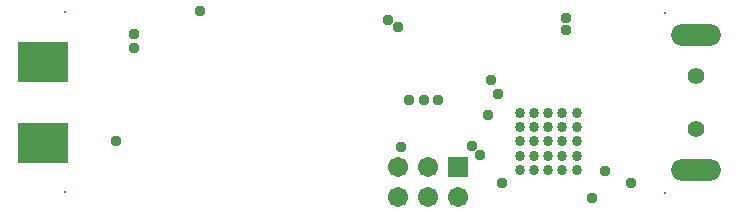
<source format=gbs>
%FSLAX24Y24*%
%MOIN*%
G70*
G01*
G75*
G04 Layer_Color=16711935*
%ADD10C,0.0060*%
%ADD11C,0.0200*%
%ADD12C,0.0100*%
%ADD13C,0.0250*%
%ADD14C,0.0120*%
%ADD15C,0.0330*%
%ADD16R,0.0197X0.0236*%
%ADD17R,0.0315X0.0354*%
%ADD18R,0.0217X0.0472*%
%ADD19R,0.1575X0.1181*%
%ADD20R,0.0236X0.0394*%
%ADD21R,0.0394X0.0394*%
%ADD22R,0.2156X0.2156*%
%ADD23O,0.0118X0.0295*%
%ADD24O,0.0295X0.0118*%
%ADD25O,0.0669X0.0177*%
%ADD26R,0.0354X0.0315*%
%ADD27R,0.0266X0.0098*%
%ADD28R,0.0591X0.0937*%
%ADD29R,0.0512X0.0295*%
%ADD30R,0.0128X0.0197*%
%ADD31R,0.0630X0.0520*%
%ADD32R,0.0709X0.0276*%
%ADD33R,0.0906X0.0276*%
%ADD34R,0.0276X0.0709*%
%ADD35R,0.1600X0.0600*%
%ADD36R,0.0433X0.0256*%
%ADD37R,0.0827X0.0472*%
%ADD38R,0.0827X0.0315*%
%ADD39R,0.0236X0.0197*%
G04:AMPARAMS|DCode=40|XSize=19.7mil|YSize=23.6mil|CornerRadius=0mil|HoleSize=0mil|Usage=FLASHONLY|Rotation=135.000|XOffset=0mil|YOffset=0mil|HoleType=Round|Shape=Rectangle|*
%AMROTATEDRECTD40*
4,1,4,0.0153,0.0014,-0.0014,-0.0153,-0.0153,-0.0014,0.0014,0.0153,0.0153,0.0014,0.0*
%
%ADD40ROTATEDRECTD40*%

%ADD41C,0.0150*%
%ADD42C,0.0290*%
%ADD43R,0.1600X0.1300*%
%ADD44C,0.0591*%
%ADD45C,0.0591*%
%ADD46R,0.0591X0.0591*%
%ADD47C,0.0472*%
%ADD48O,0.1575X0.0650*%
%ADD49C,0.0260*%
%ADD50C,0.0400*%
%ADD51C,0.0550*%
%ADD52C,0.0754*%
%ADD53C,0.0991*%
%ADD54O,0.1384X0.0794*%
%ADD55R,0.2280X0.2290*%
%ADD56R,0.1000X0.2790*%
%ADD57R,0.8990X0.0670*%
%ADD58R,0.0750X0.0500*%
%ADD59C,0.0530*%
%ADD60C,0.0098*%
%ADD61C,0.0079*%
%ADD62R,0.0277X0.0316*%
%ADD63R,0.0395X0.0434*%
%ADD64R,0.0297X0.0552*%
%ADD65R,0.1655X0.1261*%
%ADD66R,0.0316X0.0474*%
%ADD67R,0.0474X0.0474*%
%ADD68R,0.2236X0.2236*%
%ADD69O,0.0198X0.0375*%
%ADD70O,0.0375X0.0198*%
%ADD71O,0.0749X0.0257*%
%ADD72R,0.0434X0.0395*%
%ADD73R,0.0346X0.0178*%
%ADD74R,0.0671X0.1017*%
%ADD75R,0.0592X0.0375*%
%ADD76R,0.0208X0.0277*%
%ADD77R,0.0710X0.0600*%
%ADD78R,0.0789X0.0356*%
%ADD79R,0.0986X0.0356*%
%ADD80R,0.0356X0.0789*%
%ADD81R,0.1680X0.0680*%
%ADD82R,0.0513X0.0336*%
%ADD83R,0.0907X0.0552*%
%ADD84R,0.0907X0.0395*%
%ADD85R,0.0316X0.0277*%
G04:AMPARAMS|DCode=86|XSize=27.7mil|YSize=31.6mil|CornerRadius=0mil|HoleSize=0mil|Usage=FLASHONLY|Rotation=135.000|XOffset=0mil|YOffset=0mil|HoleType=Round|Shape=Rectangle|*
%AMROTATEDRECTD86*
4,1,4,0.0210,0.0014,-0.0014,-0.0210,-0.0210,-0.0014,0.0014,0.0210,0.0210,0.0014,0.0*
%
%ADD86ROTATEDRECTD86*%

%ADD87C,0.0370*%
%ADD88R,0.1680X0.1380*%
%ADD89C,0.0671*%
%ADD90C,0.0671*%
%ADD91R,0.0671X0.0671*%
%ADD92C,0.0552*%
%ADD93O,0.1655X0.0730*%
%ADD94C,0.0080*%
%ADD95C,0.0340*%
D87*
X40835Y21910D02*
D03*
X44976Y21391D02*
D03*
X44550Y20495D02*
D03*
X41100Y23255D02*
D03*
X41435Y23940D02*
D03*
X29300Y25955D02*
D03*
X29290Y25495D02*
D03*
X31500Y26725D02*
D03*
X39440Y23765D02*
D03*
X38450D02*
D03*
X38948Y23767D02*
D03*
X41200Y24425D02*
D03*
X37750Y26425D02*
D03*
X43700Y26475D02*
D03*
Y26075D02*
D03*
X38100Y26175D02*
D03*
X28705Y22381D02*
D03*
X45850Y20975D02*
D03*
X38200Y22175D02*
D03*
X41562Y20987D02*
D03*
X40547Y22222D02*
D03*
D88*
X26250Y25029D02*
D03*
Y22313D02*
D03*
D89*
X38100Y20525D02*
D03*
X39100D02*
D03*
Y21525D02*
D03*
X40100Y20525D02*
D03*
D90*
X38100Y21525D02*
D03*
D91*
X40100D02*
D03*
D92*
X48037Y24561D02*
D03*
Y22789D02*
D03*
D93*
Y25919D02*
D03*
Y21431D02*
D03*
D94*
X27000Y20675D02*
D03*
Y26675D02*
D03*
X47000Y26670D02*
D03*
Y20670D02*
D03*
D95*
X44045Y21430D02*
D03*
X43572D02*
D03*
X43100D02*
D03*
X42628D02*
D03*
X44045Y21903D02*
D03*
X43572D02*
D03*
X43100D02*
D03*
X42628D02*
D03*
X44045Y22375D02*
D03*
X43572D02*
D03*
X43100D02*
D03*
X44045Y22847D02*
D03*
X43572D02*
D03*
X43100D02*
D03*
X42628D02*
D03*
X43572Y23320D02*
D03*
X42628Y22375D02*
D03*
X44045Y23320D02*
D03*
X43100D02*
D03*
X42628D02*
D03*
X42155Y21903D02*
D03*
Y22847D02*
D03*
Y22375D02*
D03*
Y23320D02*
D03*
X42150Y21425D02*
D03*
M02*

</source>
